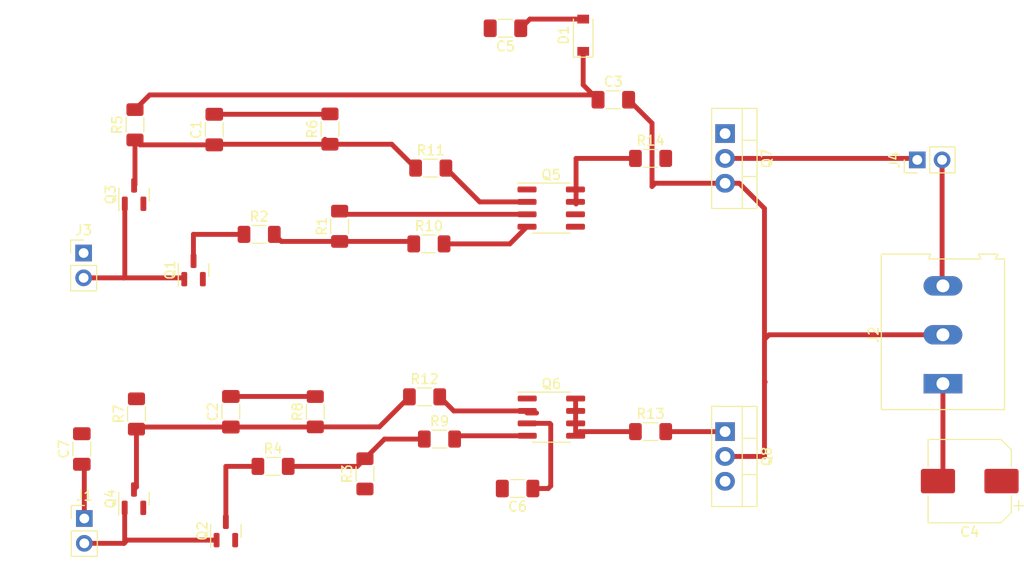
<source format=kicad_pcb>
(kicad_pcb (version 20211014) (generator pcbnew)
  (layers (0 "F.Cu" signal) (31 "B.Cu" signal) (34 "B.Paste" user) (35 "F.Paste" user) (36 "B.SilkS" user "B.Silkscreen") (37 "F.SilkS" user "F.Silkscreen") (38 "B.Mask" user) (39 "F.Mask" user) (44 "Edge.Cuts" user))
  (net 0 "")
  (net 1 "GND")
  (net 2 "Net-(C2-Pad1)")
  (net 3 "+12V")
  (net 4 "/U_Arduino_LSS")
  (net 5 "/U_Arduino_HSS")
  (net 6 "Net-(J4-Pad1)")
  (net 7 "Net-(Q1-Pad3)")
  (net 8 "Net-(Q5-Pad2)")
  (net 9 "Net-(Q6-Pad2)")
  (net 10 "Net-(R9-Pad2)")
  (net 11 "Net-(Q6-Pad7)")
  (net 12 "Net-(Q7-Pad1)")
  (net 13 "Net-(Q8-Pad1)")
  (net 14 "Net-(R1-Pad1)")
  (net 15 "Net-(C1-Pad1)")
  (net 16 "Net-(Q2-Pad3)")
  (net 17 "Net-(C3-Pad1)")
  (net 18 "Net-(C3-Pad2)")
  (net 19 "Net-(Q5-Pad4)")
  (net 20 "Net-(Q5-Pad5)")
  (net 21 "Net-(R4-Pad2)")
  (footprint "Resistor_SMD:R_1206_3216Metric_Pad1.30x1.75mm_HandSolder" (layer "F.Cu") (at 137.77 72.76 90)
    (fp_text reference "R5" (at 0 -1.82 90) (layer "F.SilkS"))
    (fp_text value "900")
    (fp_line (start -0.727064 -0.91) (end 0.727064 -0.91) (layer "F.SilkS") (width 0.12))
    (fp_line (start -0.727064 0.91) (end 0.727064 0.91) (layer "F.SilkS") (width 0.12))
    (pad "1" smd roundrect (at -1.55 0 90) (size 1.3 1.75) (layers "F.Cu" "F.Paste" "F.Mask") (roundrect_rratio 0.192308) (net 15 "Net-(C1-Pad1)"))
    (pad "2" smd roundrect (at 1.55 0 90) (size 1.3 1.75) (layers "F.Cu" "F.Paste" "F.Mask") (roundrect_rratio 0.192308) (net 17 "Net-(C3-Pad1)"))
  )
  (footprint "Connector_PinHeader_2.54mm:PinHeader_1x02_P2.54mm_Vertical" (layer "F.Cu") (at 132.588 113.025)
    (fp_text reference "J1" (at 0 -2.33) (layer "F.SilkS"))
    (fp_text value "Screw_Terminal_01x02")
    (fp_line (start -1.33 -1.33) (end 0 -1.33) (layer "F.SilkS") (width 0.12))
    (fp_line (start 1.33 1.27) (end 1.33 3.87) (layer "F.SilkS") (width 0.12))
    (fp_line (start -1.33 0) (end -1.33 -1.33) (layer "F.SilkS") (width 0.12))
    (fp_line (start -1.33 1.27) (end 1.33 1.27) (layer "F.SilkS") (width 0.12))
    (fp_line (start -1.33 1.27) (end -1.33 3.87) (layer "F.SilkS") (width 0.12))
    (fp_line (start -1.33 3.87) (end 1.33 3.87) (layer "F.SilkS") (width 0.12))
    (pad "1" thru_hole rect (at 0 0) (size 1.7 1.7) (drill 1) (layers *.Cu *.Mask) (net 1 "GND"))
    (pad "2" thru_hole oval (at 0 2.54) (size 1.7 1.7) (drill 1) (layers *.Cu *.Mask) (net 4 "/U_Arduino_LSS"))
  )
  (footprint "Resistor_SMD:R_1206_3216Metric_Pad1.30x1.75mm_HandSolder" (layer "F.Cu") (at 156.21 102.108 90)
    (fp_text reference "R8" (at 0 -1.82 90) (layer "F.SilkS"))
    (fp_text value "150")
    (fp_line (start -0.727064 -0.91) (end 0.727064 -0.91) (layer "F.SilkS") (width 0.12))
    (fp_line (start -0.727064 0.91) (end 0.727064 0.91) (layer "F.SilkS") (width 0.12))
    (pad "1" smd roundrect (at -1.55 0 90) (size 1.3 1.75) (layers "F.Cu" "F.Paste" "F.Mask") (roundrect_rratio 0.192308) (net 2 "Net-(C2-Pad1)"))
    (pad "2" smd roundrect (at 1.55 0 90) (size 1.3 1.75) (layers "F.Cu" "F.Paste" "F.Mask") (roundrect_rratio 0.192308) (net 1 "GND"))
  )
  (footprint "Resistor_SMD:R_1206_3216Metric_Pad1.30x1.75mm_HandSolder" (layer "F.Cu") (at 167.386 100.584)
    (fp_text reference "R12" (at 0 -1.82) (layer "F.SilkS"))
    (fp_text value "0")
    (fp_line (start -0.727064 -0.91) (end 0.727064 -0.91) (layer "F.SilkS") (width 0.12))
    (fp_line (start -0.727064 0.91) (end 0.727064 0.91) (layer "F.SilkS") (width 0.12))
    (pad "1" smd roundrect (at -1.55 0) (size 1.3 1.75) (layers "F.Cu" "F.Paste" "F.Mask") (roundrect_rratio 0.192308) (net 2 "Net-(C2-Pad1)"))
    (pad "2" smd roundrect (at 1.55 0) (size 1.3 1.75) (layers "F.Cu" "F.Paste" "F.Mask") (roundrect_rratio 0.192308) (net 9 "Net-(Q6-Pad2)"))
  )
  (footprint "Resistor_SMD:R_1206_3216Metric_Pad1.30x1.75mm_HandSolder" (layer "F.Cu") (at 167.83 84.94)
    (fp_text reference "R10" (at 0 -1.82) (layer "F.SilkS"))
    (fp_text value "0")
    (fp_line (start -0.727064 0.91) (end 0.727064 0.91) (layer "F.SilkS") (width 0.12))
    (fp_line (start -0.727064 -0.91) (end 0.727064 -0.91) (layer "F.SilkS") (width 0.12))
    (pad "1" smd roundrect (at -1.55 0) (size 1.3 1.75) (layers "F.Cu" "F.Paste" "F.Mask") (roundrect_rratio 0.192308) (net 14 "Net-(R1-Pad1)"))
    (pad "2" smd roundrect (at 1.55 0) (size 1.3 1.75) (layers "F.Cu" "F.Paste" "F.Mask") (roundrect_rratio 0.192308) (net 19 "Net-(Q5-Pad4)"))
  )
  (footprint "Package_SO:SOIC-8_3.9x4.9mm_P1.27mm" (layer "F.Cu") (at 180.34 81.28)
    (fp_text reference "Q5" (at 0 -3.4) (layer "F.SilkS"))
    (fp_text value "IRF7343PBF")
    (fp_line (start 0 2.56) (end -1.95 2.56) (layer "F.SilkS") (width 0.12))
    (fp_line (start 0 2.56) (end 1.95 2.56) (layer "F.SilkS") (width 0.12))
    (fp_line (start 0 -2.56) (end -3.45 -2.56) (layer "F.SilkS") (width 0.12))
    (fp_line (start 0 -2.56) (end 1.95 -2.56) (layer "F.SilkS") (width 0.12))
    (pad "1" smd roundrect (at -2.475 -1.905) (size 1.95 0.6) (layers "F.Cu" "F.Paste" "F.Mask") (net 1 "GND"))
    (pad "2" smd roundrect (at -2.475 -0.635) (size 1.95 0.6) (layers "F.Cu" "F.Paste" "F.Mask") (net 8 "Net-(Q5-Pad2)"))
    (pad "3" smd roundrect (at -2.475 0.635) (size 1.95 0.6) (layers "F.Cu" "F.Paste" "F.Mask") (net 17 "Net-(C3-Pad1)"))
    (pad "4" smd roundrect (at -2.475 1.905) (size 1.95 0.6) (layers "F.Cu" "F.Paste" "F.Mask") (net 19 "Net-(Q5-Pad4)"))
    (pad "5" smd roundrect (at 2.475 1.905) (size 1.95 0.6) (layers "F.Cu" "F.Paste" "F.Mask") (net 20 "Net-(Q5-Pad5)"))
    (pad "6" smd roundrect (at 2.475 0.635) (size 1.95 0.6) (layers "F.Cu" "F.Paste" "F.Mask") (net 20 "Net-(Q5-Pad5)"))
    (pad "7" smd roundrect (at 2.475 -0.635) (size 1.95 0.6) (layers "F.Cu" "F.Paste" "F.Mask") (net 20 "Net-(Q5-Pad5)"))
    (pad "8" smd roundrect (at 2.475 -1.905) (size 1.95 0.6) (layers "F.Cu" "F.Paste" "F.Mask") (net 20 "Net-(Q5-Pad5)"))
  )
  (footprint "Resistor_SMD:R_1206_3216Metric_Pad1.30x1.75mm_HandSolder" (layer "F.Cu") (at 168.02 77.19)
    (fp_text reference "R11" (at 0 -1.82) (layer "F.SilkS"))
    (fp_text value "0")
    (fp_line (start -0.727064 -0.91) (end 0.727064 -0.91) (layer "F.SilkS") (width 0.12))
    (fp_line (start -0.727064 0.91) (end 0.727064 0.91) (layer "F.SilkS") (width 0.12))
    (pad "1" smd roundrect (at -1.55 0) (size 1.3 1.75) (layers "F.Cu" "F.Paste" "F.Mask") (roundrect_rratio 0.192308) (net 15 "Net-(C1-Pad1)"))
    (pad "2" smd roundrect (at 1.55 0) (size 1.3 1.75) (layers "F.Cu" "F.Paste" "F.Mask") (roundrect_rratio 0.192308) (net 8 "Net-(Q5-Pad2)"))
  )
  (footprint "Connector_PinHeader_2.54mm:PinHeader_1x02_P2.54mm_Vertical" (layer "F.Cu") (at 132.52 85.875)
    (fp_text reference "J3" (at 0 -2.33) (layer "F.SilkS"))
    (fp_text value "Screw_Terminal_01x02")
    (fp_line (start -1.33 1.27) (end -1.33 3.87) (layer "F.SilkS") (width 0.12))
    (fp_line (start -1.33 -1.33) (end 0 -1.33) (layer "F.SilkS") (width 0.12))
    (fp_line (start -1.33 1.27) (end 1.33 1.27) (layer "F.SilkS") (width 0.12))
    (fp_line (start -1.33 3.87) (end 1.33 3.87) (layer "F.SilkS") (width 0.12))
    (fp_line (start -1.33 0) (end -1.33 -1.33) (layer "F.SilkS") (width 0.12))
    (fp_line (start 1.33 1.27) (end 1.33 3.87) (layer "F.SilkS") (width 0.12))
    (pad "1" thru_hole rect (at 0 0) (size 1.7 1.7) (drill 1) (layers *.Cu *.Mask) (net 1 "GND"))
    (pad "2" thru_hole oval (at 0 2.54) (size 1.7 1.7) (drill 1) (layers *.Cu *.Mask) (net 5 "/U_Arduino_HSS"))
  )
  (footprint "Package_TO_SOT_THT:TO-220-3_Vertical" (layer "F.Cu") (at 198.12 104.14 -90)
    (fp_text reference "Q8" (at 2.54 -4.27 90) (layer "F.SilkS"))
    (fp_text value "IRF540N")
    (fp_line (start -2.58 -3.27) (end 7.66 -3.27) (layer "F.SilkS") (width 0.12))
    (fp_line (start -2.58 -3.27) (end -2.58 1.371) (layer "F.SilkS") (width 0.12))
    (fp_line (start 4.391 -3.27) (end 4.391 -1.76) (layer "F.SilkS") (width 0.12))
    (fp_line (start -2.58 1.371) (end 7.66 1.371) (layer "F.SilkS") (width 0.12))
    (fp_line (start -2.58 -1.76) (end 7.66 -1.76) (layer "F.SilkS") (width 0.12))
    (fp_line (start 7.66 -3.27) (end 7.66 1.371) (layer "F.SilkS") (width 0.12))
    (fp_line (start 0.69 -3.27) (end 0.69 -1.76) (layer "F.SilkS") (width 0.12))
    (pad "1" thru_hole rect (at 0 0 270) (size 1.905 2) (drill 1.1) (layers *.Cu *.Mask) (net 13 "Net-(Q8-Pad1)"))
    (pad "2" thru_hole oval (at 2.54 0 270) (size 1.905 2) (drill 1.1) (layers *.Cu *.Mask) (net 18 "Net-(C3-Pad2)"))
    (pad "3" thru_hole oval (at 5.08 0 270) (size 1.905 2) (drill 1.1) (layers *.Cu *.Mask) (net 1 "GND"))
  )
  (footprint "Connector_PinHeader_2.54mm:PinHeader_1x02_P2.54mm_Vertical" (layer "F.Cu") (at 217.775 76.35 90)
    (fp_text reference "J4" (at 0 -2.33 90) (layer "F.SilkS"))
    (fp_text value "Screw_Terminal_01x02")
    (fp_line (start -1.33 1.27) (end 1.33 1.27) (layer "F.SilkS") (width 0.12))
    (fp_line (start 1.33 1.27) (end 1.33 3.87) (layer "F.SilkS") (width 0.12))
    (fp_line (start -1.33 1.27) (end -1.33 3.87) (layer "F.SilkS") (width 0.12))
    (fp_line (start -1.33 0) (end -1.33 -1.33) (layer "F.SilkS") (width 0.12))
    (fp_line (start -1.33 -1.33) (end 0 -1.33) (layer "F.SilkS") (width 0.12))
    (fp_line (start -1.33 3.87) (end 1.33 3.87) (layer "F.SilkS") (width 0.12))
    (pad "1" thru_hole rect (at 0 0 90) (size 1.7 1.7) (drill 1) (layers *.Cu *.Mask) (net 6 "Net-(J4-Pad1)"))
    (pad "2" thru_hole oval (at 0 2.54 90) (size 1.7 1.7) (drill 1) (layers *.Cu *.Mask) (net 3 "+12V"))
  )
  (footprint "Resistor_SMD:R_1206_3216Metric_Pad1.30x1.75mm_HandSolder" (layer "F.Cu") (at 137.922 102.336 90)
    (fp_text reference "R7" (at 0 -1.82 90) (layer "F.SilkS"))
    (fp_text value "900")
    (fp_line (start -0.727064 -0.91) (end 0.727064 -0.91) (layer "F.SilkS") (width 0.12))
    (fp_line (start -0.727064 0.91) (end 0.727064 0.91) (layer "F.SilkS") (width 0.12))
    (pad "1" smd roundrect (at -1.55 0 90) (size 1.3 1.75) (layers "F.Cu" "F.Paste" "F.Mask") (roundrect_rratio 0.192308) (net 2 "Net-(C2-Pad1)"))
    (pad "2" smd roundrect (at 1.55 0 90) (size 1.3 1.75) (layers "F.Cu" "F.Paste" "F.Mask") (roundrect_rratio 0.192308) (net 3 "+12V"))
  )
  (footprint "Resistor_SMD:R_1206_3216Metric_Pad1.30x1.75mm_HandSolder" (layer "F.Cu") (at 158.7 83.14 90)
    (fp_text reference "R1" (at 0 -1.82 90) (layer "F.SilkS"))
    (fp_text value "150")
    (fp_line (start -0.727064 0.91) (end 0.727064 0.91) (layer "F.SilkS") (width 0.12))
    (fp_line (start -0.727064 -0.91) (end 0.727064 -0.91) (layer "F.SilkS") (width 0.12))
    (pad "1" smd roundrect (at -1.55 0 90) (size 1.3 1.75) (layers "F.Cu" "F.Paste" "F.Mask") (roundrect_rratio 0.192308) (net 14 "Net-(R1-Pad1)"))
    (pad "2" smd roundrect (at 1.55 0 90) (size 1.3 1.75) (layers "F.Cu" "F.Paste" "F.Mask") (roundrect_rratio 0.192308) (net 17 "Net-(C3-Pad1)"))
  )
  (footprint "Resistor_SMD:R_1206_3216Metric_Pad1.30x1.75mm_HandSolder" (layer "F.Cu") (at 168.91 104.902)
    (fp_text reference "R9" (at 0 -1.82) (layer "F.SilkS"))
    (fp_text value "0")
    (fp_line (start -0.727064 -0.91) (end 0.727064 -0.91) (layer "F.SilkS") (width 0.12))
    (fp_line (start -0.727064 0.91) (end 0.727064 0.91) (layer "F.SilkS") (width 0.12))
    (pad "1" smd roundrect (at -1.55 0) (size 1.3 1.75) (layers "F.Cu" "F.Paste" "F.Mask") (roundrect_rratio 0.192308) (net 21 "Net-(R4-Pad2)"))
    (pad "2" smd roundrect (at 1.55 0) (size 1.3 1.75) (layers "F.Cu" "F.Paste" "F.Mask") (roundrect_rratio 0.192308) (net 10 "Net-(R9-Pad2)"))
  )
  (footprint "Capacitor_SMD:CP_Elec_8x10" (layer "F.Cu") (at 223.14 109.2 180)
    (fp_text reference "C4" (at 0 -5.2) (layer "F.SilkS"))
    (fp_text value "C")
    (fp_line (start -5 -3.01) (end -5 -2.01) (layer "F.SilkS") (width 0.12))
    (fp_line (start -5.5 -2.51) (end -4.5 -2.51) (layer "F.SilkS") (width 0.12))
    (fp_line (start 4.26 -4.26) (end 4.26 -1.51) (layer "F.SilkS") (width 0.12))
    (fp_line (start -4.26 3.195563) (end -4.26 1.51) (layer "F.SilkS") (width 0.12))
    (fp_line (start 4.26 4.26) (end 4.26 1.51) (layer "F.SilkS") (width 0.12))
    (fp_line (start -4.26 3.195563) (end -3.195563 4.26) (layer "F.SilkS") (width 0.12))
    (fp_line (start -4.26 -3.195563) (end -3.195563 -4.26) (layer "F.SilkS") (width 0.12))
    (fp_line (start -4.26 -3.195563) (end -4.26 -1.51) (layer "F.SilkS") (width 0.12))
    (fp_line (start -3.195563 4.26) (end 4.26 4.26) (layer "F.SilkS") (width 0.12))
    (fp_line (start -3.195563 -4.26) (end 4.26 -4.26) (layer "F.SilkS") (width 0.12))
    (pad "1" smd roundrect (at -3.25 0 180) (size 3.5 2.5) (layers "F.Cu" "F.Paste" "F.Mask") (roundrect_rratio 0.1) (net 3 "+12V"))
    (pad "2" smd roundrect (at 3.25 0 180) (size 3.5 2.5) (layers "F.Cu" "F.Paste" "F.Mask") (roundrect_rratio 0.1) (net 1 "GND"))
  )
  (footprint "Resistor_SMD:R_1206_3216Metric_Pad1.30x1.75mm_HandSolder" (layer "F.Cu") (at 161.29 108.458 90)
    (fp_text reference "R3" (at 0 -1.82 90) (layer "F.SilkS"))
    (fp_text value "150")
    (fp_line (start -0.727064 -0.91) (end 0.727064 -0.91) (layer "F.SilkS") (width 0.12))
    (fp_line (start -0.727064 0.91) (end 0.727064 0.91) (layer "F.SilkS") (width 0.12))
    (pad "1" smd roundrect (at -1.55 0 90) (size 1.3 1.75) (layers "F.Cu" "F.Paste" "F.Mask") (roundrect_rratio 0.192308) (net 3 "+12V"))
    (pad "2" smd roundrect (at 1.55 0 90) (size 1.3 1.75) (layers "F.Cu" "F.Paste" "F.Mask") (roundrect_rratio 0.192308) (net 21 "Net-(R4-Pad2)"))
  )
  (footprint "Package_TO_SOT_SMD:SOT-23" (layer "F.Cu") (at 147.066 114.3 90)
    (fp_text reference "Q2" (at 0 -2.4 90) (layer "F.SilkS"))
    (fp_text value "IRLML0030")
    (fp_line (start 0 1.56) (end 0.65 1.56) (layer "F.SilkS") (width 0.12))
    (fp_line (start 0 -1.56) (end 0.65 -1.56) (layer "F.SilkS") (width 0.12))
    (fp_line (start 0 -1.56) (end -1.675 -1.56) (layer "F.SilkS") (width 0.12))
    (fp_line (start 0 1.56) (end -0.65 1.56) (layer "F.SilkS") (width 0.12))
    (pad "1" smd roundrect (at -0.9375 -0.95 90) (size 1.475 0.6) (layers "F.Cu" "F.Paste" "F.Mask") (net 4 "/U_Arduino_LSS"))
    (pad "2" smd roundrect (at -0.9375 0.95 90) (size 1.475 0.6) (layers "F.Cu" "F.Paste" "F.Mask") (net 1 "GND"))
    (pad "3" smd roundrect (at 0.9375 0 90) (size 1.475 0.6) (layers "F.Cu" "F.Paste" "F.Mask") (net 16 "Net-(Q2-Pad3)"))
  )
  (footprint "Package_TO_SOT_SMD:SOT-23" (layer "F.Cu") (at 137.668 110.998 90)
    (fp_text reference "Q4" (at 0 -2.4 90) (layer "F.SilkS"))
    (fp_text value "IRLML0030")
    (fp_line (start 0 -1.56) (end 0.65 -1.56) (layer "F.SilkS") (width 0.12))
    (fp_line (start 0 -1.56) (end -1.675 -1.56) (layer "F.SilkS") (width 0.12))
    (fp_line (start 0 1.56) (end 0.65 1.56) (layer "F.SilkS") (width 0.12))
    (fp_line (start 0 1.56) (end -0.65 1.56) (layer "F.SilkS") (width 0.12))
    (pad "1" smd roundrect (at -0.9375 -0.95 90) (size 1.475 0.6) (layers "F.Cu" "F.Paste" "F.Mask") (net 4 "/U_Arduino_LSS"))
    (pad "2" smd roundrect (at -0.9375 0.95 90) (size 1.475 0.6) (layers "F.Cu" "F.Paste" "F.Mask") (net 1 "GND"))
    (pad "3" smd roundrect (at 0.9375 0 90) (size 1.475 0.6) (layers "F.Cu" "F.Paste" "F.Mask") (net 2 "Net-(C2-Pad1)"))
  )
  (footprint "Capacitor_SMD:C_1206_3216Metric_Pad1.33x1.80mm_HandSolder" (layer "F.Cu") (at 176.9 109.96 180)
    (fp_text reference "C6" (at 0 -1.85) (layer "F.SilkS"))
    (fp_text value "C")
    (fp_line (start -0.711252 0.91) (end 0.711252 0.91) (layer "F.SilkS") (width 0.12))
    (fp_line (start -0.711252 -0.91) (end 0.711252 -0.91) (layer "F.SilkS") (width 0.12))
    (pad "1" smd roundrect (at -1.5625 0 180) (size 1.325 1.8) (layers "F.Cu" "F.Paste" "F.Mask") (roundrect_rratio 0.188679) (net 3 "+12V"))
    (pad "2" smd roundrect (at 1.5625 0 180) (size 1.325 1.8) (layers "F.Cu" "F.Paste" "F.Mask") (roundrect_rratio 0.188679) (net 1 "GND"))
  )
  (footprint "Resistor_SMD:R_1206_3216Metric_Pad1.30x1.75mm_HandSolder" (layer "F.Cu") (at 151.892 107.696)
    (fp_text reference "R4" (at 0 -1.82) (layer "F.SilkS"))
    (fp_text value "900")
    (fp_line (start -0.727064 0.91) (end 0.727064 0.91) (layer "F.SilkS") (width 0.12))
    (fp_line (start -0.727064 -0.91) (end 0.727064 -0.91) (layer "F.SilkS") (width 0.12))
    (pad "1" smd roundrect (at -1.55 0) (size 1.3 1.75) (layers "F.Cu" "F.Paste" "F.Mask") (roundrect_rratio 0.192308) (net 16 "Net-(Q2-Pad3)"))
    (pad "2" smd roundrect (at 1.55 0) (size 1.3 1.75) (layers "F.Cu" "F.Paste" "F.Mask") (roundrect_rratio 0.192308) (net 21 "Net-(R4-Pad2)"))
  )
  (footprint "Capacitor_SMD:C_1206_3216Metric_Pad1.33x1.80mm_HandSolder" (layer "F.Cu") (at 175.66 62.89 180)
    (fp_text reference "C5" (at 0 -1.85) (layer "F.SilkS"))
    (fp_text value "C")
    (fp_line (start -0.711252 -0.91) (end 0.711252 -0.91) (layer "F.SilkS") (width 0.12))
    (fp_line (start -0.711252 0.91) (end 0.711252 0.91) (layer "F.SilkS") (width 0.12))
    (pad "1" smd roundrect (at -1.5625 0 180) (size 1.325 1.8) (layers "F.Cu" "F.Paste" "F.Mask") (roundrect_rratio 0.188679) (net 3 "+12V"))
    (pad "2" smd roundrect (at 1.5625 0 180) (size 1.325 1.8) (layers "F.Cu" "F.Paste" "F.Mask") (roundrect_rratio 0.188679) (net 1 "GND"))
  )
  (footprint "Package_TO_SOT_THT:TO-220-3_Vertical" (layer "F.Cu") (at 198.12 73.66 -90)
    (fp_text reference "Q7" (at 2.54 -4.27 90) (layer "F.SilkS"))
    (fp_text value "IRF540N")
    (fp_line (start 4.391 -3.27) (end 4.391 -1.76) (layer "F.SilkS") (width 0.12))
    (fp_line (start 0.69 -3.27) (end 0.69 -1.76) (layer "F.SilkS") (width 0.12))
    (fp_line (start -2.58 -3.27) (end 7.66 -3.27) (layer "F.SilkS") (width 0.12))
    (fp_line (start -2.58 -1.76) (end 7.66 -1.76) (layer "F.SilkS") (width 0.12))
    (fp_line (start 7.66 -3.27) (end 7.66 1.371) (layer "F.SilkS") (width 0.12))
    (fp_line (start -2.58 1.371) (end 7.66 1.371) (layer "F.SilkS") (width 0.12))
    (fp_line (start -2.58 -3.27) (end -2.58 1.371) (layer "F.SilkS") (width 0.12))
    (pad "1" thru_hole rect (at 0 0 270) (size 1.905 2) (drill 1.1) (layers *.Cu *.Mask) (net 12 "Net-(Q7-Pad1)"))
    (pad "2" thru_hole oval (at 2.54 0 270) (size 1.905 2) (drill 1.1) (layers *.Cu *.Mask) (net 6 "Net-(J4-Pad1)"))
    (pad "3" thru_hole oval (at 5.08 0 270) (size 1.905 2) (drill 1.1) (layers *.Cu *.Mask) (net 18 "Net-(C3-Pad2)"))
  )
  (footprint "Resistor_SMD:R_1206_3216Metric_Pad1.30x1.75mm_HandSolder" (layer "F.Cu") (at 190.5 104.14)
    (fp_text reference "R13" (at 0 -1.82) (layer "F.SilkS"))
    (fp_text value "0")
    (fp_line (start -0.727064 0.91) (end 0.727064 0.91) (layer "F.SilkS") (width 0.12))
    (fp_line (start -0.727064 -0.91) (end 0.727064 -0.91) (layer "F.SilkS") (width 0.12))
    (pad "1" smd roundrect (at -1.55 0) (size 1.3 1.75) (layers "F.Cu" "F.Paste" "F.Mask") (roundrect_rratio 0.192308) (net 11 "Net-(Q6-Pad7)"))
    (pad "2" smd roundrect (at 1.55 0) (size 1.3 1.75) (layers "F.Cu" "F.Paste" "F.Mask") (roundrect_rratio 0.192308) (net 13 "Net-(Q8-Pad1)"))
  )
  (footprint "Diode_SMD:D_SOD-123" (layer "F.Cu") (at 183.61 63.6 90)
    (fp_text reference "D1" (at 0 -2 90) (layer "F.SilkS"))
    (fp_text value "1N4448W")
    (fp_line (start -2.25 1) (end 1.65 1) (layer "F.SilkS") (width 0.12))
    (fp_line (start -2.25 -1) (end 1.65 -1) (layer "F.SilkS") (width 0.12))
    (fp_line (start -2.25 -1) (end -2.25 1) (layer "F.SilkS") (width 0.12))
    (pad "1" smd rect (at -1.65 0 90) (size 0.9 1.2) (layers "F.Cu" "F.Paste" "F.Mask") (net 17 "Net-(C3-Pad1)"))
    (pad "2" smd rect (at 1.65 0 90) (size 0.9 1.2) (layers "F.Cu" "F.Paste" "F.Mask") (net 3 "+12V"))
  )
  (footprint "Package_TO_SOT_SMD:SOT-23" (layer "F.Cu") (at 143.76 87.61 90)
    (fp_text reference "Q1" (at 0 -2.4 90) (layer "F.SilkS"))
    (fp_text value "IRLML0030")
    (fp_line (start 0 -1.56) (end 0.65 -1.56) (layer "F.SilkS") (width 0.12))
    (fp_line (start 0 1.56) (end -0.65 1.56) (layer "F.SilkS") (width 0.12))
    (fp_line (start 0 -1.56) (end -1.675 -1.56) (layer "F.SilkS") (width 0.12))
    (fp_line (start 0 1.56) (end 0.65 1.56) (layer "F.SilkS") (width 0.12))
    (pad "1" smd roundrect (at -0.9375 -0.95 90) (size 1.475 0.6) (layers "F.Cu" "F.Paste" "F.Mask") (net 5 "/U_Arduino_HSS"))
    (pad "2" smd roundrect (at -0.9375 0.95 90) (size 1.475 0.6) (layers "F.Cu" "F.Paste" "F.Mask") (net 1 "GND"))
    (pad "3" smd roundrect (at 0.9375 0 90) (size 1.475 0.6) (layers "F.Cu" "F.Paste" "F.Mask") (net 7 "Net-(Q1-Pad3)"))
  )
  (footprint "Capacitor_SMD:C_1206_3216Metric_Pad1.33x1.80mm_HandSolder" (layer "F.Cu") (at 147.574 102.108 90)
    (fp_text reference "C2" (at 0 -1.85 90) (layer "F.SilkS"))
    (fp_text value "1e-8")
    (fp_line (start -0.711252 -0.91) (end 0.711252 -0.91) (layer "F.SilkS") (width 0.12))
    (fp_line (start -0.711252 0.91) (end 0.711252 0.91) (layer "F.SilkS") (width 0.12))
    (pad "1" smd roundrect (at -1.5625 0 90) (size 1.325 1.8) (layers "F.Cu" "F.Paste" "F.Mask") (roundrect_rratio 0.188679) (net 2 "Net-(C2-Pad1)"))
    (pad "2" smd roundrect (at 1.5625 0 90) (size 1.325 1.8) (layers "F.Cu" "F.Paste" "F.Mask") (roundrect_rratio 0.188679) (net 1 "GND"))
  )
  (footprint "Package_SO:SOIC-8_3.9x4.9mm_P1.27mm" (layer "F.Cu") (at 180.36 102.66)
    (fp_text reference "Q6" (at 0 -3.4) (layer "F.SilkS"))
    (fp_text value "IRF7343PBF")
    (fp_line (start 0 2.56) (end 1.95 2.56) (layer "F.SilkS") (width 0.12))
    (fp_line (start 0 2.56) (end -1.95 2.56) (layer "F.SilkS") (width 0.12))
    (fp_line (start 0 -2.56) (end 1.95 -2.56) (layer "F.SilkS") (width 0.12))
    (fp_line (start 0 -2.56) (end -3.45 -2.56) (layer "F.SilkS") (width 0.12))
    (pad "1" smd roundrect (at -2.475 -1.905) (size 1.95 0.6) (layers "F.Cu" "F.Paste" "F.Mask") (net 1 "GND"))
    (pad "2" smd roundrect (at -2.475 -0.635) (size 1.95 0.6) (layers "F.Cu" "F.Paste" "F.Mask") (net 9 "Net-(Q6-Pad2)"))
    (pad "3" smd roundrect (at -2.475 0.635) (size 1.95 0.6) (layers "F.Cu" "F.Paste" "F.Mask") (net 3 "+12V"))
    (pad "4" smd roundrect (at -2.475 1.905) (size 1.95 0.6) (layers "F.Cu" "F.Paste" "F.Mask") (net 10 "Net-(R9-Pad2)"))
    (pad "5" smd roundrect (at 2.475 1.905) (size 1.95 0.6) (layers "F.Cu" "F.Paste" "F.Mask") (net 11 "Net-(Q6-Pad7)"))
    (pad "6" smd roundrect (at 2.475 0.635) (size 1.95 0.6) (layers "F.Cu" "F.Paste" "F.Mask") (net 11 "Net-(Q6-Pad7)"))
    (pad "7" smd roundrect (at 2.475 -0.635) (size 1.95 0.6) (layers "F.Cu" "F.Paste" "F.Mask") (net 11 "Net-(Q6-Pad7)"))
    (pad "8" smd roundrect (at 2.475 -1.905) (size 1.95 0.6) (layers "F.Cu" "F.Paste" "F.Mask") (net 11 "Net-(Q6-Pad7)"))
  )
  (footprint "Resistor_SMD:R_1206_3216Metric_Pad1.30x1.75mm_HandSolder" (layer "F.Cu") (at 190.5 76.2)
    (fp_text reference "R14" (at 0 -1.82) (layer "F.SilkS"))
    (fp_text value "0")
    (fp_line (start -0.727064 0.91) (end 0.727064 0.91) (layer "F.SilkS") (width 0.12))
    (fp_line (start -0.727064 -0.91) (end 0.727064 -0.91) (layer "F.SilkS") (width 0.12))
    (pad "1" smd roundrect (at -1.55 0) (size 1.3 1.75) (layers "F.Cu" "F.Paste" "F.Mask") (roundrect_rratio 0.192308) (net 20 "Net-(Q5-Pad5)"))
    (pad "2" smd roundrect (at 1.55 0) (size 1.3 1.75) (layers "F.Cu" "F.Paste" "F.Mask") (roundrect_rratio 0.192308) (net 12 "Net-(Q7-Pad1)"))
  )
  (footprint "TerminalBlock:TerminalBlock_Altech_AK300-3_P5.00mm" (layer "F.Cu") (at 220.4 99.235 90)
    (fp_text reference "J2" (at 5 -7.1 90) (layer "F.SilkS"))
    (fp_text value "Screw_Terminal_01x03")
    (fp_line (start 13.25 5.65) (end 13.25 3.65) (layer "F.SilkS") (width 0.12))
    (fp_line (start 12.75 5.35) (end 13.25 5.65) (layer "F.SilkS") (width 0.12))
    (fp_line (start 13.25 -1.25) (end 13.25 -6.3) (layer "F.SilkS") (width 0.12))
    (fp_line (start 13.25 3.65) (end 12.75 3.9) (layer "F.SilkS") (width 0.12))
    (fp_line (start -2.65 -6.3) (end -2.65 6.3) (layer "F.SilkS") (width 0.12))
    (fp_line (start -2.65 6.3) (end 12.75 6.3) (layer "F.SilkS") (width 0.12))
    (fp_line (start 12.75 -1.5) (end 13.25 -1.25) (layer "F.SilkS") (width 0.12))
    (fp_line (start 13.25 -6.3) (end -2.65 -6.3) (layer "F.SilkS") (width 0.12))
    (fp_line (start 12.75 6.3) (end 12.75 5.35) (layer "F.SilkS") (width 0.12))
    (fp_line (start 12.75 3.9) (end 12.75 -1.5) (layer "F.SilkS") (width 0.12))
    (pad "1" thru_hole rect (at 0 0 90) (size 1.98 3.96) (drill 1.32) (layers *.Cu *.Mask) (net 1 "GND"))
    (pad "2" thru_hole oval (at 5 0 90) (size 1.98 3.96) (drill 1.32) (layers *.Cu *.Mask) (net 18 "Net-(C3-Pad2)"))
    (pad "3" thru_hole oval (at 10 0 90) (size 1.98 3.96) (drill 1.32) (layers *.Cu *.Mask) (net 3 "+12V"))
  )
  (footprint "Capacitor_SMD:C_1206_3216Metric_Pad1.33x1.80mm_HandSolder" (layer "F.Cu") (at 186.69 70.2)
    (fp_text reference "C3" (at 0 -1.85) (layer "F.SilkS"))
    (fp_text value "1e-8")
    (fp_line (start -0.711252 -0.91) (end 0.711252 -0.91) (layer "F.SilkS") (width 0.12))
    (fp_line (start -0.711252 0.91) (end 0.711252 0.91) (layer "F.SilkS") (width 0.12))
    (pad "1" smd roundrect (at -1.5625 0) (size 1.325 1.8) (layers "F.Cu" "F.Paste" "F.Mask") (roundrect_rratio 0.188679) (net 17 "Net-(C3-Pad1)"))
    (pad "2" smd roundrect (at 1.5625 0) (size 1.325 1.8) (layers "F.Cu" "F.Paste" "F.Mask") (roundrect_rratio 0.188679) (net 18 "Net-(C3-Pad2)"))
  )
  (footprint "Resistor_SMD:R_1206_3216Metric_Pad1.30x1.75mm_HandSolder" (layer "F.Cu") (at 150.47 83.97)
    (fp_text reference "R2" (at 0 -1.82) (layer "F.SilkS"))
    (fp_text value "900")
    (fp_line (start -0.727064 -0.91) (end 0.727064 -0.91) (layer "F.SilkS") (width 0.12))
    (fp_line (start -0.727064 0.91) (end 0.727064 0.91) (layer "F.SilkS") (width 0.12))
    (pad "1" smd roundrect (at -1.55 0) (size 1.3 1.75) (layers "F.Cu" "F.Paste" "F.Mask") (roundrect_rratio 0.192308) (net 7 "Net-(Q1-Pad3)"))
    (pad "2" smd roundrect (at 1.55 0) (size 1.3 1.75) (layers "F.Cu" "F.Paste" "F.Mask") (roundrect_rratio 0.192308) (net 14 "Net-(R1-Pad1)"))
  )
  (footprint "Capacitor_SMD:C_1206_3216Metric_Pad1.33x1.80mm_HandSolder" (layer "F.Cu") (at 132.334 105.918 90)
    (fp_text reference "C7" (at 0 -1.85 90) (layer "F.SilkS"))
    (fp_text value "C")
    (fp_line (start -0.711252 -0.91) (end 0.711252 -0.91) (layer "F.SilkS") (width 0.12))
    (fp_line (start -0.711252 0.91) (end 0.711252 0.91) (layer "F.SilkS") (width 0.12))
    (pad "1" smd roundrect (at -1.5625 0 90) (size 1.325 1.8) (layers "F.Cu" "F.Paste" "F.Mask") (roundrect_rratio 0.188679) (net 1 "GND"))
    (pad "2" smd roundrect (at 1.5625 0 90) (size 1.325 1.8) (layers "F.Cu" "F.Paste" "F.Mask") (roundrect_rratio 0.188679) (net 3 "+12V"))
  )
  (footprint "Package_TO_SOT_SMD:SOT-23" (layer "F.Cu") (at 137.68 79.9 90)
    (fp_text reference "Q3" (at 0 -2.4 90) (layer "F.SilkS"))
    (fp_text value "IRLML0030")
    (fp_line (start 0 -1.56) (end -1.675 -1.56) (layer "F.SilkS") (width 0.12))
    (fp_line (start 0 -1.56) (end 0.65 -1.56) (layer "F.SilkS") (width 0.12))
    (fp_line (start 0 1.56) (end -0.65 1.56) (layer "F.SilkS") (width 0.12))
    (fp_line (start 0 1.56) (end 0.65 1.56) (layer "F.SilkS") (width 0.12))
    (pad "1" smd roundrect (at -0.9375 -0.95 90) (size 1.475 0.6) (layers "F.Cu" "F.Paste" "F.Mask") (net 5 "/U_Arduino_HSS"))
    (pad "2" smd roundrect (at -0.9375 0.95 90) (size 1.475 0.6) (layers "F.Cu" "F.Paste" "F.Mask") (net 1 "GND"))
    (pad "3" smd roundrect (at 0.9375 0 90) (size 1.475 0.6) (layers "F.Cu" "F.Paste" "F.Mask") (net 15 "Net-(C1-Pad1)"))
  )
  (footprint "Resistor_SMD:R_1206_3216Metric_Pad1.30x1.75mm_HandSolder" (layer "F.Cu") (at 157.71 73.2 90)
    (fp_text reference "R6" (at 0 -1.82 90) (layer "F.SilkS"))
    (fp_text value "150")
    (fp_line (start -0.727064 0.91) (end 0.727064 0.91) (layer "F.SilkS") (width 0.12))
    (fp_line (start -0.727064 -0.91) (end 0.727064 -0.91) (layer "F.SilkS") (width 0.12))
    (pad "1" smd roundrect (at -1.55 0 90) (size 1.3 1.75) (layers "F.Cu" "F.Paste" "F.Mask") (roundrect_rratio 0.192308) (net 15 "Net-(C1-Pad1)"))
    (pad "2" smd roundrect (at 1.55 0 90) (size 1.3 1.75) (layers "F.Cu" "F.Paste" "F.Mask") (roundrect_rratio 0.192308) (net 1 "GND"))
  )
  (footprint "Capacitor_SMD:C_1206_3216Metric_Pad1.33x1.80mm_HandSolder" (layer "F.Cu") (at 145.88 73.25 90)
    (fp_text reference "C1" (at 0 -1.85 90) (layer "F.SilkS"))
    (fp_text value "1e-8")
    (fp_line (start -0.711252 -0.91) (end 0.711252 -0.91) (layer "F.SilkS") (width 0.12))
    (fp_line (start -0.711252 0.91) (end 0.711252 0.91) (layer "F.SilkS") (width 0.12))
    (pad "1" smd roundrect (at -1.5625 0 90) (size 1.325 1.8) (layers "F.Cu" "F.Paste" "F.Mask") (roundrect_rratio 0.188679) (net 15 "Net-(C1-Pad1)"))
    (pad "2" smd roundrect (at 1.5625 0 90) (size 1.325 1.8) (layers "F.Cu" "F.Paste" "F.Mask") (roundrect_rratio 0.188679) (net 1 "GND"))
  )
  (segment (start 147.574 100.5455) (end 156.1975 100.5455) (width 0.5) (layer "F.Cu") (net 1))
  (segment (start 132.588 113.025) (end 132.588 107.7345) (width 0.5) (layer "F.Cu") (net 1))
  (segment (start 132.588 107.7345) (end 132.334 107.4805) (width 0.5) (layer "F.Cu") (net 1))
  (segment (start 157.6725 71.6875) (end 157.71 71.65) (width 0.5) (layer "F.Cu") (net 1))
  (segment (start 156.1975 100.5455) (end 156.21 100.558) (width 0.5) (layer "F.Cu") (net 1))
  (segment (start 145.88 71.6875) (end 157.6725 71.6875) (width 0.5) (layer "F.Cu") (net 1))
  (segment (start 220.4 108.69) (end 219.89 109.2) (width 0.5) (layer "F.Cu") (net 1))
  (segment (start 220.4 99.235) (end 220.4 108.69) (width 0.5) (layer "F.Cu") (net 1))
  (segment (start 137.922 103.886) (end 137.922 109.8065) (width 0.5) (layer "F.Cu") (net 2))
  (segment (start 137.922 109.8065) (end 137.668 110.0605) (width 0.5) (layer "F.Cu") (net 2))
  (segment (start 156.21 103.658) (end 162.762 103.658) (width 0.5) (layer "F.Cu") (net 2))
  (segment (start 162.762 103.658) (end 165.836 100.584) (width 0.5) (layer "F.Cu") (net 2))
  (segment (start 147.574 103.6705) (end 156.1975 103.6705) (width 0.5) (layer "F.Cu") (net 2))
  (segment (start 147.574 103.6705) (end 138.1375 103.6705) (width 0.5) (layer "F.Cu") (net 2))
  (segment (start 156.1975 103.6705) (end 156.21 103.658) (width 0.5) (layer "F.Cu") (net 2))
  (segment (start 138.1375 103.6705) (end 137.922 103.886) (width 0.5) (layer "F.Cu") (net 2))
  (segment (start 180.29 103.4) (end 180.185 103.295) (width 0.5) (layer "F.Cu") (net 3))
  (segment (start 180.29 109.7) (end 180.29 103.4) (width 0.5) (layer "F.Cu") (net 3))
  (segment (start 220.315 76.35) (end 220.315 89.15) (width 0.5) (layer "F.Cu") (net 3))
  (segment (start 178.4625 109.96) (end 180.03 109.96) (width 0.5) (layer "F.Cu") (net 3))
  (segment (start 183.61 61.95) (end 178.1625 61.95) (width 0.5) (layer "F.Cu") (net 3))
  (segment (start 180.03 109.96) (end 180.29 109.7) (width 0.5) (layer "F.Cu") (net 3))
  (segment (start 178.1625 61.95) (end 177.2225 62.89) (width 0.5) (layer "F.Cu") (net 3))
  (segment (start 180.185 103.295) (end 177.885 103.295) (width 0.5) (layer "F.Cu") (net 3))
  (segment (start 220.315 89.15) (end 220.4 89.235) (width 0.5) (layer "F.Cu") (net 3))
  (segment (start 136.718 111.9355) (end 136.718 115.504) (width 0.5) (layer "F.Cu") (net 4))
  (segment (start 136.9745 115.2375) (end 136.647 115.565) (width 0.5) (layer "F.Cu") (net 4))
  (segment (start 136.652 115.57) (end 136.647 115.565) (width 0.5) (layer "F.Cu") (net 4))
  (segment (start 136.647 115.565) (end 132.588 115.565) (width 0.5) (layer "F.Cu") (net 4))
  (segment (start 146.116 115.2375) (end 136.9745 115.2375) (width 0.5) (layer "F.Cu") (net 4))
  (segment (start 136.718 115.504) (end 136.652 115.57) (width 0.5) (layer "F.Cu") (net 4))
  (segment (start 136.73 88.3) (end 136.615 88.415) (width 0.5) (layer "F.Cu") (net 5))
  (segment (start 136.73 80.8375) (end 136.73 88.3) (width 0.5) (layer "F.Cu") (net 5))
  (segment (start 132.52 88.415) (end 136.615 88.415) (width 0.5) (layer "F.Cu") (net 5))
  (segment (start 142.6775 88.415) (end 142.81 88.5475) (width 0.5) (layer "F.Cu") (net 5))
  (segment (start 136.615 88.415) (end 142.6775 88.415) (width 0.5) (layer "F.Cu") (net 5))
  (segment (start 217.625 76.2) (end 217.775 76.35) (width 0.5) (layer "F.Cu") (net 6))
  (segment (start 198.12 76.2) (end 217.625 76.2) (width 0.5) (layer "F.Cu") (net 6))
  (segment (start 143.75 86.6625) (end 143.76 86.6725) (width 0.5) (layer "F.Cu") (net 7))
  (segment (start 143.75 83.96) (end 143.75 86.6625) (width 0.5) (layer "F.Cu") (net 7))
  (segment (start 143.76 83.97) (end 143.75 83.96) (width 0.5) (layer "F.Cu") (net 7))
  (segment (start 148.92 83.97) (end 143.76 83.97) (width 0.5) (layer "F.Cu") (net 7))
  (segment (start 177.865 80.645) (end 173.025 80.645) (width 0.5) (layer "F.Cu") (net 8))
  (segment (start 173.025 80.645) (end 169.57 77.19) (width 0.5) (layer "F.Cu") (net 8))
  (segment (start 177.885 102.025) (end 170.377 102.025) (width 0.5) (layer "F.Cu") (net 9))
  (segment (start 170.377 102.025) (end 168.936 100.584) (width 0.5) (layer "F.Cu") (net 9))
  (segment (start 177.865 102.235) (end 178.842113 102.235) (width 0.5) (layer "F.Cu") (net 9))
  (segment (start 177.885 104.565) (end 170.797 104.565) (width 0.5) (layer "F.Cu") (net 10))
  (segment (start 170.797 104.565) (end 170.46 104.902) (width 0.5) (layer "F.Cu") (net 10))
  (segment (start 183.26 104.14) (end 182.835 104.565) (width 0.5) (layer "F.Cu") (net 11))
  (segment (start 182.835 104.565) (end 182.835 100.755) (width 0.5) (layer "F.Cu") (net 11))
  (segment (start 188.95 104.14) (end 183.26 104.14) (width 0.5) (layer "F.Cu") (net 11))
  (segment (start 198.12 104.14) (end 192.05 104.14) (width 0.5) (layer "F.Cu") (net 13))
  (segment (start 152.74 84.69) (end 152.02 83.97) (width 0.5) (layer "F.Cu") (net 14))
  (segment (start 166.03 84.69) (end 166.28 84.94) (width 0.5) (layer "F.Cu") (net 14))
  (segment (start 158.7 84.69) (end 166.03 84.69) (width 0.5) (layer "F.Cu") (net 14))
  (segment (start 158.7 84.69) (end 152.74 84.69) (width 0.5) (layer "F.Cu") (net 14))
  (segment (start 157.71 74.75) (end 145.9425 74.75) (width 0.5) (layer "F.Cu") (net 15))
  (segment (start 145.9425 74.75) (end 145.88 74.8125) (width 0.5) (layer "F.Cu") (net 15))
  (segment (start 137.77 78.8725) (end 137.68 78.9625) (width 0.5) (layer "F.Cu") (net 15))
  (segment (start 145.88 74.8125) (end 138.2725 74.8125) (width 0.5) (layer "F.Cu") (net 15))
  (segment (start 164.03 74.75) (end 166.47 77.19) (width 0.5) (layer "F.Cu") (net 15))
  (segment (start 157.2025 74.2425) (end 157.71 74.75) (width 0.5) (layer "F.Cu") (net 15))
  (segment (start 157.71 74.75) (end 164.03 74.75) (width 0.5) (layer "F.Cu") (net 15))
  (segment (start 138.2725 74.8125) (end 137.77 74.31) (width 0.5) (layer "F.Cu") (net 15))
  (segment (start 137.77 74.31) (end 137.77 78.8725) (width 0.5) (layer "F.Cu") (net 15))
  (segment (start 147.066 107.696) (end 150.342 107.696) (width 0.5) (layer "F.Cu") (net 16))
  (segment (start 147.066 113.3625) (end 147.066 107.696) (width 0.5) (layer "F.Cu") (net 16))
  (segment (start 183.61 65.25) (end 183.61 68.6825) (width 0.5) (layer "F.Cu") (net 17))
  (segment (start 137.77 71.21) (end 139.27452 69.70548) (width 0.5) (layer "F.Cu") (net 17))
  (segment (start 158.7 81.59) (end 159.025 81.915) (width 0.5) (layer "F.Cu") (net 17))
  (segment (start 184.63298 69.70548) (end 185.1275 70.2) (width 0.5) (layer "F.Cu") (net 17))
  (segment (start 183.61 68.6825) (end 185.1275 70.2) (width 0.5) (layer "F.Cu") (net 17))
  (segment (start 139.27452 69.70548) (end 184.63298 69.70548) (width 0.5) (layer "F.Cu") (net 17))
  (segment (start 159.025 81.915) (end 177.865 81.915) (width 0.5) (layer "F.Cu") (net 17))
  (segment (start 190.65048 72.59798) (end 190.65048 79.06952) (width 0.5) (layer "F.Cu") (net 18))
  (segment (start 199.57 78.74) (end 202.15 81.32) (width 0.5) (layer "F.Cu") (net 18))
  (segment (start 202.15 106.7) (end 202.13 106.68) (width 0.5) (layer "F.Cu") (net 18))
  (segment (start 190.65048 79.06952) (end 190.98 78.74) (width 0.5) (layer "F.Cu") (net 18))
  (segment (start 202.625 94.235) (end 202.15 94.71) (width 0.5) (layer "F.Cu") (net 18))
  (segment (start 198.12 78.74) (end 199.57 78.74) (width 0.5) (layer "F.Cu") (net 18))
  (segment (start 202.15 98.99) (end 202.15 106.7) (width 0.5) (layer "F.Cu") (net 18))
  (segment (start 188.2525 70.2) (end 190.65048 72.59798) (width 0.5) (layer "F.Cu") (net 18))
  (segment (start 220.4 94.235) (end 202.625 94.235) (width 0.5) (layer "F.Cu") (net 18))
  (segment (start 202.13 106.68) (end 198.12 106.68) (width 0.5) (layer "F.Cu") (net 18))
  (segment (start 202.15 94.71) (end 202.15 98.99) (width 0.5) (layer "F.Cu") (net 18))
  (segment (start 190.98 78.74) (end 198.12 78.74) (width 0.5) (layer "F.Cu") (net 18))
  (segment (start 202.15 81.32) (end 202.15 94.71) (width 0.5) (layer "F.Cu") (net 18))
  (segment (start 202.22 99.06) (end 202.15 98.99) (width 0.5) (layer "F.Cu") (net 18))
  (segment (start 169.38 84.94) (end 176.11 84.94) (width 0.5) (layer "F.Cu") (net 19))
  (segment (start 176.11 84.94) (end 177.865 83.185) (width 0.5) (layer "F.Cu") (net 19))
  (segment (start 188.95 76.2) (end 182.88 76.2) (width 0.5) (layer "F.Cu") (net 20))
  (segment (start 182.88 76.2) (end 182.88 80.86548) (width 0.5) (layer "F.Cu") (net 20))
  (segment (start 153.442 107.696) (end 160.502 107.696) (width 0.5) (layer "F.Cu") (net 21))
  (segment (start 163.296 104.902) (end 161.29 106.908) (width 0.5) (layer "F.Cu") (net 21))
  (segment (start 167.36 104.902) (end 163.296 104.902) (width 0.5) (layer "F.Cu") (net 21))
  (segment (start 160.502 107.696) (end 161.29 106.908) (width 0.5) (layer "F.Cu") (net 21))
)
</source>
